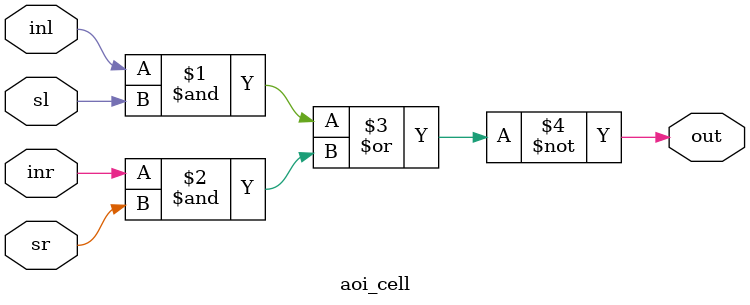
<source format=v>
`timescale 1ns / 1ps
module aoi_cell(output out,
					 input inl,
					 input inr,
					 input sl,
					 input sr);
					 
assign out = ~((inl & sl) | (inr & sr));					 

endmodule

</source>
